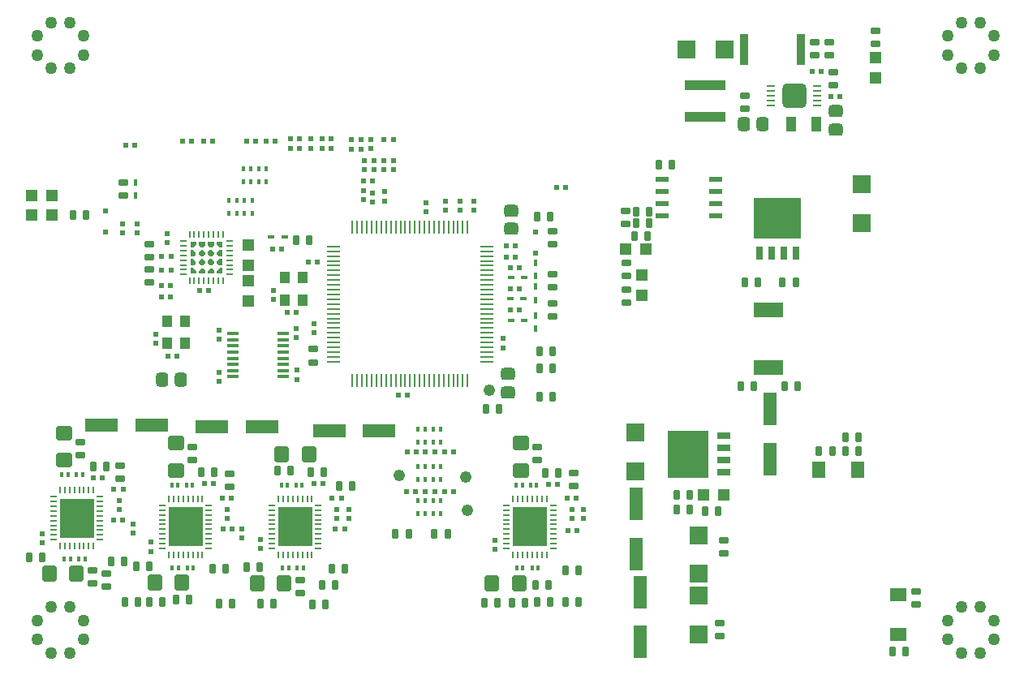
<source format=gtp>
G04 Layer_Color=8421504*
%FSLAX24Y24*%
%MOIN*%
G70*
G01*
G75*
%ADD91C,0.0500*%
G04:AMPARAMS|DCode=131|XSize=20mil|YSize=22mil|CornerRadius=3.4mil|HoleSize=0mil|Usage=FLASHONLY|Rotation=90.000|XOffset=0mil|YOffset=0mil|HoleType=Round|Shape=RoundedRectangle|*
%AMROUNDEDRECTD131*
21,1,0.0200,0.0152,0,0,90.0*
21,1,0.0132,0.0220,0,0,90.0*
1,1,0.0068,0.0076,0.0066*
1,1,0.0068,0.0076,-0.0066*
1,1,0.0068,-0.0076,-0.0066*
1,1,0.0068,-0.0076,0.0066*
%
%ADD131ROUNDEDRECTD131*%
G04:AMPARAMS|DCode=132|XSize=20mil|YSize=22mil|CornerRadius=3.4mil|HoleSize=0mil|Usage=FLASHONLY|Rotation=0.000|XOffset=0mil|YOffset=0mil|HoleType=Round|Shape=RoundedRectangle|*
%AMROUNDEDRECTD132*
21,1,0.0200,0.0152,0,0,0.0*
21,1,0.0132,0.0220,0,0,0.0*
1,1,0.0068,0.0066,-0.0076*
1,1,0.0068,-0.0066,-0.0076*
1,1,0.0068,-0.0066,0.0076*
1,1,0.0068,0.0066,0.0076*
%
%ADD132ROUNDEDRECTD132*%
%ADD133R,0.0180X0.0240*%
%ADD134R,0.0531X0.1319*%
G04:AMPARAMS|DCode=135|XSize=48mil|YSize=48mil|CornerRadius=24mil|HoleSize=0mil|Usage=FLASHONLY|Rotation=90.000|XOffset=0mil|YOffset=0mil|HoleType=Round|Shape=RoundedRectangle|*
%AMROUNDEDRECTD135*
21,1,0.0480,0.0000,0,0,90.0*
21,1,0.0000,0.0480,0,0,90.0*
1,1,0.0480,0.0000,0.0000*
1,1,0.0480,0.0000,0.0000*
1,1,0.0480,0.0000,0.0000*
1,1,0.0480,0.0000,0.0000*
%
%ADD135ROUNDEDRECTD135*%
G04:AMPARAMS|DCode=136|XSize=27.1mil|YSize=37.4mil|CornerRadius=4.8mil|HoleSize=0mil|Usage=FLASHONLY|Rotation=0.000|XOffset=0mil|YOffset=0mil|HoleType=Round|Shape=RoundedRectangle|*
%AMROUNDEDRECTD136*
21,1,0.0271,0.0277,0,0,0.0*
21,1,0.0175,0.0374,0,0,0.0*
1,1,0.0097,0.0087,-0.0139*
1,1,0.0097,-0.0087,-0.0139*
1,1,0.0097,-0.0087,0.0139*
1,1,0.0097,0.0087,0.0139*
%
%ADD136ROUNDEDRECTD136*%
G04:AMPARAMS|DCode=137|XSize=61mil|YSize=69mil|CornerRadius=14.8mil|HoleSize=0mil|Usage=FLASHONLY|Rotation=90.000|XOffset=0mil|YOffset=0mil|HoleType=Round|Shape=RoundedRectangle|*
%AMROUNDEDRECTD137*
21,1,0.0610,0.0395,0,0,90.0*
21,1,0.0315,0.0690,0,0,90.0*
1,1,0.0295,0.0198,0.0158*
1,1,0.0295,0.0198,-0.0158*
1,1,0.0295,-0.0198,-0.0158*
1,1,0.0295,-0.0198,0.0158*
%
%ADD137ROUNDEDRECTD137*%
G04:AMPARAMS|DCode=138|XSize=27.1mil|YSize=37.4mil|CornerRadius=4.8mil|HoleSize=0mil|Usage=FLASHONLY|Rotation=270.000|XOffset=0mil|YOffset=0mil|HoleType=Round|Shape=RoundedRectangle|*
%AMROUNDEDRECTD138*
21,1,0.0271,0.0277,0,0,270.0*
21,1,0.0175,0.0374,0,0,270.0*
1,1,0.0097,-0.0139,-0.0087*
1,1,0.0097,-0.0139,0.0087*
1,1,0.0097,0.0139,0.0087*
1,1,0.0097,0.0139,-0.0087*
%
%ADD138ROUNDEDRECTD138*%
%ADD139R,0.0118X0.0216*%
G04:AMPARAMS|DCode=140|XSize=61mil|YSize=69mil|CornerRadius=14.8mil|HoleSize=0mil|Usage=FLASHONLY|Rotation=180.000|XOffset=0mil|YOffset=0mil|HoleType=Round|Shape=RoundedRectangle|*
%AMROUNDEDRECTD140*
21,1,0.0610,0.0395,0,0,180.0*
21,1,0.0315,0.0690,0,0,180.0*
1,1,0.0295,-0.0158,0.0198*
1,1,0.0295,0.0158,0.0198*
1,1,0.0295,0.0158,-0.0198*
1,1,0.0295,-0.0158,-0.0198*
%
%ADD140ROUNDEDRECTD140*%
%ADD141R,0.1397X0.1594*%
%ADD142O,0.0078X0.0315*%
%ADD143O,0.0315X0.0078*%
%ADD144R,0.1319X0.0531*%
%ADD145R,0.1680X0.1950*%
%ADD146R,0.0540X0.0260*%
G04:AMPARAMS|DCode=147|XSize=50mil|YSize=58mil|CornerRadius=12mil|HoleSize=0mil|Usage=FLASHONLY|Rotation=270.000|XOffset=0mil|YOffset=0mil|HoleType=Round|Shape=RoundedRectangle|*
%AMROUNDEDRECTD147*
21,1,0.0500,0.0340,0,0,270.0*
21,1,0.0260,0.0580,0,0,270.0*
1,1,0.0240,-0.0170,-0.0130*
1,1,0.0240,-0.0170,0.0130*
1,1,0.0240,0.0170,0.0130*
1,1,0.0240,0.0170,-0.0130*
%
%ADD147ROUNDEDRECTD147*%
%ADD148R,0.0334X0.1279*%
%ADD149R,0.0220X0.0220*%
%ADD150R,0.0580X0.0100*%
%ADD151R,0.0100X0.0580*%
%ADD152R,0.0460X0.0460*%
%ADD153R,0.0460X0.0460*%
G04:AMPARAMS|DCode=154|XSize=9mil|YSize=29.5mil|CornerRadius=3.4mil|HoleSize=0mil|Usage=FLASHONLY|Rotation=180.000|XOffset=0mil|YOffset=0mil|HoleType=Round|Shape=RoundedRectangle|*
%AMROUNDEDRECTD154*
21,1,0.0090,0.0227,0,0,180.0*
21,1,0.0022,0.0295,0,0,180.0*
1,1,0.0068,-0.0011,0.0113*
1,1,0.0068,0.0011,0.0113*
1,1,0.0068,0.0011,-0.0113*
1,1,0.0068,-0.0011,-0.0113*
%
%ADD154ROUNDEDRECTD154*%
G04:AMPARAMS|DCode=155|XSize=9mil|YSize=29.5mil|CornerRadius=3.4mil|HoleSize=0mil|Usage=FLASHONLY|Rotation=270.000|XOffset=0mil|YOffset=0mil|HoleType=Round|Shape=RoundedRectangle|*
%AMROUNDEDRECTD155*
21,1,0.0090,0.0227,0,0,270.0*
21,1,0.0022,0.0295,0,0,270.0*
1,1,0.0068,-0.0113,-0.0011*
1,1,0.0068,-0.0113,0.0011*
1,1,0.0068,0.0113,0.0011*
1,1,0.0068,0.0113,-0.0011*
%
%ADD155ROUNDEDRECTD155*%
%ADD156R,0.0400X0.0500*%
%ADD157R,0.0260X0.0540*%
%ADD158R,0.1950X0.1680*%
G04:AMPARAMS|DCode=159|XSize=50mil|YSize=58mil|CornerRadius=12mil|HoleSize=0mil|Usage=FLASHONLY|Rotation=180.000|XOffset=0mil|YOffset=0mil|HoleType=Round|Shape=RoundedRectangle|*
%AMROUNDEDRECTD159*
21,1,0.0500,0.0340,0,0,180.0*
21,1,0.0260,0.0580,0,0,180.0*
1,1,0.0240,-0.0130,0.0170*
1,1,0.0240,0.0130,0.0170*
1,1,0.0240,0.0130,-0.0170*
1,1,0.0240,-0.0130,-0.0170*
%
%ADD159ROUNDEDRECTD159*%
%ADD160R,0.1240X0.0610*%
%ADD161R,0.0580X0.0220*%
%ADD162R,0.0770X0.0770*%
%ADD163R,0.0480X0.0130*%
%ADD164R,0.0260X0.0180*%
%ADD165R,0.0180X0.0260*%
%ADD166R,0.0523X0.0689*%
%ADD167R,0.0689X0.0523*%
%ADD168R,0.0413X0.0649*%
%ADD169R,0.0770X0.0770*%
%ADD170R,0.1653X0.0445*%
G04:AMPARAMS|DCode=171|XSize=103mil|YSize=103mil|CornerRadius=25.3mil|HoleSize=0mil|Usage=FLASHONLY|Rotation=180.000|XOffset=0mil|YOffset=0mil|HoleType=Round|Shape=RoundedRectangle|*
%AMROUNDEDRECTD171*
21,1,0.1030,0.0525,0,0,180.0*
21,1,0.0525,0.1030,0,0,180.0*
1,1,0.0505,-0.0263,0.0263*
1,1,0.0505,0.0263,0.0263*
1,1,0.0505,0.0263,-0.0263*
1,1,0.0505,-0.0263,-0.0263*
%
%ADD171ROUNDEDRECTD171*%
%ADD172R,0.0382X0.0098*%
G36*
X17751Y26574D02*
Y26441D01*
X17475D01*
Y26569D01*
X17574Y26667D01*
X17656D01*
X17751Y26574D01*
D02*
G37*
G36*
X18125D02*
Y26441D01*
X17849D01*
Y26569D01*
X17948Y26667D01*
X18030D01*
X18125Y26574D01*
D02*
G37*
G36*
X37279Y19899D02*
X36759D01*
Y19999D01*
X37279D01*
Y19899D01*
D02*
G37*
G36*
X17387Y26559D02*
Y26441D01*
X17141D01*
Y26687D01*
X17259D01*
X17387Y26559D01*
D02*
G37*
G36*
X18459Y26441D02*
X18213D01*
Y26559D01*
X18341Y26687D01*
X18459D01*
Y26441D01*
D02*
G37*
G36*
Y26775D02*
X18331D01*
X18233Y26874D01*
Y26962D01*
X18322Y27051D01*
X18459D01*
Y26775D01*
D02*
G37*
G36*
X17741Y26962D02*
Y26864D01*
X17662Y26785D01*
X17564D01*
X17475Y26874D01*
Y26952D01*
X17574Y27051D01*
X17652D01*
X17741Y26962D01*
D02*
G37*
G36*
X17367Y26952D02*
Y26870D01*
X17274Y26775D01*
X17141D01*
Y27051D01*
X17269D01*
X17367Y26952D01*
D02*
G37*
G36*
X18125Y26952D02*
Y26874D01*
X18026Y26775D01*
X17948D01*
X17859Y26864D01*
Y26962D01*
X17938Y27041D01*
X18036D01*
X18125Y26952D01*
D02*
G37*
G36*
X38417Y18435D02*
X38326D01*
Y18533D01*
X38369Y18577D01*
X38417D01*
Y18435D01*
D02*
G37*
G36*
X37039Y18915D02*
Y18766D01*
X36999Y18726D01*
X36759D01*
Y18951D01*
X37009D01*
X37039Y18915D01*
D02*
G37*
G36*
X37279Y18069D02*
X36759D01*
Y18179D01*
X37279D01*
Y18069D01*
D02*
G37*
G36*
X37039Y18537D02*
Y18388D01*
X36999Y18348D01*
X36759D01*
Y18573D01*
X37009D01*
X37039Y18537D01*
D02*
G37*
G36*
X38417Y18738D02*
X38366D01*
X38330Y18773D01*
Y18915D01*
X38366Y18951D01*
X38417D01*
Y18738D01*
D02*
G37*
G36*
X37039Y19669D02*
Y19519D01*
X36999Y19479D01*
X36759D01*
Y19699D01*
X36999D01*
X37039Y19669D01*
D02*
G37*
G36*
X38417Y19499D02*
X38369D01*
X38326Y19539D01*
Y19629D01*
X38417D01*
Y19499D01*
D02*
G37*
G36*
X37039Y19289D02*
Y19149D01*
X36999Y19109D01*
X36759D01*
Y19329D01*
X36999D01*
X37039Y19289D01*
D02*
G37*
G36*
X38417Y19119D02*
X38366D01*
X38330Y19159D01*
Y19299D01*
X38366Y19329D01*
X38417D01*
Y19119D01*
D02*
G37*
G36*
X41861Y27900D02*
X41731D01*
Y27947D01*
X41771Y27990D01*
X41861D01*
Y27900D01*
D02*
G37*
G36*
X40411Y29038D02*
X40301D01*
Y29558D01*
X40411D01*
Y29038D01*
D02*
G37*
G36*
X41183Y27951D02*
Y27900D01*
X40970D01*
Y27951D01*
X41005Y27986D01*
X41147D01*
X41183Y27951D01*
D02*
G37*
G36*
X41561D02*
Y27900D01*
X41351D01*
Y27951D01*
X41391Y27986D01*
X41531D01*
X41561Y27951D01*
D02*
G37*
G36*
X42231Y29038D02*
X42131D01*
Y29558D01*
X42231D01*
Y29038D01*
D02*
G37*
G36*
X41561Y29318D02*
X41521Y29278D01*
X41381D01*
X41341Y29318D01*
Y29558D01*
X41561D01*
Y29318D01*
D02*
G37*
G36*
X41931D02*
X41901Y29278D01*
X41751D01*
X41711Y29318D01*
Y29558D01*
X41931D01*
Y29318D01*
D02*
G37*
G36*
X40805Y29308D02*
X40769Y29278D01*
X40620D01*
X40580Y29318D01*
Y29558D01*
X40805D01*
Y29308D01*
D02*
G37*
G36*
X41183D02*
X41147Y29278D01*
X40998D01*
X40958Y29318D01*
Y29558D01*
X41183D01*
Y29308D01*
D02*
G37*
G36*
X18459Y27149D02*
X18331D01*
X18233Y27248D01*
Y27330D01*
X18326Y27425D01*
X18459D01*
Y27149D01*
D02*
G37*
G36*
X17741Y27336D02*
Y27238D01*
X17662Y27159D01*
X17564D01*
X17475Y27248D01*
Y27326D01*
X17574Y27425D01*
X17652D01*
X17741Y27336D01*
D02*
G37*
G36*
X17367Y27326D02*
Y27238D01*
X17278Y27149D01*
X17141D01*
Y27425D01*
X17269D01*
X17367Y27326D01*
D02*
G37*
G36*
X18125Y27326D02*
Y27248D01*
X18026Y27149D01*
X17948D01*
X17859Y27238D01*
Y27336D01*
X17938Y27415D01*
X18036D01*
X18125Y27326D01*
D02*
G37*
G36*
X17387Y27641D02*
X17259Y27513D01*
X17141D01*
Y27759D01*
X17387D01*
Y27641D01*
D02*
G37*
G36*
X18125Y27631D02*
X18026Y27533D01*
X17944D01*
X17849Y27626D01*
Y27759D01*
X18125D01*
Y27631D01*
D02*
G37*
G36*
X40809Y27947D02*
Y27900D01*
X40667D01*
Y27990D01*
X40765D01*
X40809Y27947D01*
D02*
G37*
G36*
X18459Y27513D02*
X18341D01*
X18213Y27641D01*
Y27759D01*
X18459D01*
Y27513D01*
D02*
G37*
G36*
X17751Y27631D02*
X17652Y27533D01*
X17570D01*
X17475Y27626D01*
Y27759D01*
X17751D01*
Y27631D01*
D02*
G37*
D91*
X49606Y10866D02*
D03*
X48819D02*
D03*
X48268Y11417D02*
D03*
Y12205D02*
D03*
X48819Y12756D02*
D03*
X49606D02*
D03*
X50157Y12205D02*
D03*
Y11417D02*
D03*
X12205Y10866D02*
D03*
X11417D02*
D03*
X10866Y11417D02*
D03*
Y12205D02*
D03*
X11417Y12756D02*
D03*
X12205D02*
D03*
X12756Y12205D02*
D03*
Y11417D02*
D03*
X12205Y34882D02*
D03*
X11417D02*
D03*
X10866Y35433D02*
D03*
Y36220D02*
D03*
X11417Y36772D02*
D03*
X12205D02*
D03*
X12756Y36220D02*
D03*
Y35433D02*
D03*
X49606Y34882D02*
D03*
X48819D02*
D03*
X48268Y35433D02*
D03*
Y36220D02*
D03*
X48819Y36772D02*
D03*
X49606D02*
D03*
X50157Y36220D02*
D03*
Y35433D02*
D03*
D131*
X25490Y30723D02*
D03*
Y31100D02*
D03*
X25090Y31097D02*
D03*
Y30720D02*
D03*
X24690Y31097D02*
D03*
Y30720D02*
D03*
X24280Y31099D02*
D03*
Y30720D02*
D03*
X24570Y31957D02*
D03*
Y31580D02*
D03*
X22080Y31601D02*
D03*
Y31980D02*
D03*
X25120Y29807D02*
D03*
Y29430D02*
D03*
X24630Y29767D02*
D03*
Y29390D02*
D03*
X24240Y29869D02*
D03*
Y29490D02*
D03*
X28780Y29427D02*
D03*
Y29050D02*
D03*
X28210Y29427D02*
D03*
Y29050D02*
D03*
X27630Y29417D02*
D03*
Y29040D02*
D03*
X33300Y16391D02*
D03*
Y16770D02*
D03*
X32820Y16767D02*
D03*
Y16390D02*
D03*
X29670Y15123D02*
D03*
Y15500D02*
D03*
X23170Y16767D02*
D03*
Y16390D02*
D03*
X23650Y16391D02*
D03*
Y16770D02*
D03*
X20030Y15143D02*
D03*
Y15520D02*
D03*
X19250Y15591D02*
D03*
Y15970D02*
D03*
X18670Y16390D02*
D03*
Y16767D02*
D03*
X14210Y17137D02*
D03*
Y16760D02*
D03*
X30000Y23396D02*
D03*
Y23773D02*
D03*
X22215Y24006D02*
D03*
Y24383D02*
D03*
X16200Y27713D02*
D03*
Y28090D02*
D03*
X15718Y23967D02*
D03*
Y23590D02*
D03*
X20561Y25768D02*
D03*
Y25391D02*
D03*
X26811Y28992D02*
D03*
Y29369D02*
D03*
X14945Y28489D02*
D03*
Y28110D02*
D03*
X18337Y22028D02*
D03*
Y22405D02*
D03*
X21516Y22096D02*
D03*
Y22473D02*
D03*
X21506Y24183D02*
D03*
Y23806D02*
D03*
X18327Y24124D02*
D03*
Y23747D02*
D03*
X14345Y28113D02*
D03*
Y28490D02*
D03*
X11060Y15373D02*
D03*
Y15750D02*
D03*
X15520Y15410D02*
D03*
Y15033D02*
D03*
X14780Y15781D02*
D03*
Y16160D02*
D03*
D132*
X25103Y31970D02*
D03*
X25480D02*
D03*
X23763Y31570D02*
D03*
X24140D02*
D03*
X23763Y31970D02*
D03*
X24140D02*
D03*
X22927Y31580D02*
D03*
X22550D02*
D03*
X22927Y31980D02*
D03*
X22550D02*
D03*
X21617Y31600D02*
D03*
X21240D02*
D03*
X21617Y31990D02*
D03*
X21240D02*
D03*
X20240Y31900D02*
D03*
X20617D02*
D03*
X19450D02*
D03*
X19827D02*
D03*
X17683Y31890D02*
D03*
X18060D02*
D03*
X16823D02*
D03*
X17200D02*
D03*
X14483Y31720D02*
D03*
X14860D02*
D03*
X24627Y30260D02*
D03*
X24250D02*
D03*
X32227Y17800D02*
D03*
X31850D02*
D03*
X32623Y17230D02*
D03*
X33000D02*
D03*
X33037Y15900D02*
D03*
X32660D02*
D03*
X22597Y17810D02*
D03*
X22220D02*
D03*
X22973Y17230D02*
D03*
X23350D02*
D03*
X23477Y15940D02*
D03*
X23100D02*
D03*
X18480D02*
D03*
X18857D02*
D03*
X18834Y17220D02*
D03*
X18457D02*
D03*
X17720Y17810D02*
D03*
X18097D02*
D03*
X13517Y18060D02*
D03*
X13140D02*
D03*
X14003Y17600D02*
D03*
X14380D02*
D03*
X30128Y27106D02*
D03*
X30505D02*
D03*
X22372Y26909D02*
D03*
X21995D02*
D03*
X25679Y21468D02*
D03*
X26056D02*
D03*
X20896Y27441D02*
D03*
X20519D02*
D03*
X16337Y25500D02*
D03*
X15960D02*
D03*
X16337Y25950D02*
D03*
X15960D02*
D03*
X16585Y23071D02*
D03*
X16208D02*
D03*
X17904Y25758D02*
D03*
X17527D02*
D03*
X21486Y24872D02*
D03*
X21109D02*
D03*
X30285Y26693D02*
D03*
X30662D02*
D03*
X30285Y25827D02*
D03*
X30662D02*
D03*
X15961Y26600D02*
D03*
X16340D02*
D03*
X15961Y27150D02*
D03*
X16340D02*
D03*
X30128Y27598D02*
D03*
X30505D02*
D03*
X27577Y19128D02*
D03*
X27954D02*
D03*
X27577Y17495D02*
D03*
X27954D02*
D03*
X27174Y19138D02*
D03*
X26797D02*
D03*
X27174Y17504D02*
D03*
X26797D02*
D03*
X26426Y19138D02*
D03*
X26049D02*
D03*
X26396Y17504D02*
D03*
X26019D02*
D03*
X30285Y24961D02*
D03*
X30662D02*
D03*
X43067Y34760D02*
D03*
X42690D02*
D03*
X43451Y33710D02*
D03*
X43830D02*
D03*
X32183Y30000D02*
D03*
X32560D02*
D03*
X14367Y16310D02*
D03*
X13990D02*
D03*
D133*
X19318Y30760D02*
D03*
X19633D02*
D03*
X19950D02*
D03*
X20270D02*
D03*
Y30224D02*
D03*
X19950D02*
D03*
X19633D02*
D03*
X19318D02*
D03*
X19675Y29459D02*
D03*
X19360D02*
D03*
X19043D02*
D03*
X18723D02*
D03*
Y28923D02*
D03*
X19043D02*
D03*
X19360D02*
D03*
X19675D02*
D03*
X27430Y20063D02*
D03*
X27115D02*
D03*
X26797D02*
D03*
X26477D02*
D03*
Y19528D02*
D03*
X26797D02*
D03*
X27115D02*
D03*
X27430D02*
D03*
Y18508D02*
D03*
X27115D02*
D03*
X26797D02*
D03*
X26477D02*
D03*
Y17973D02*
D03*
X26797D02*
D03*
X27115D02*
D03*
X27430D02*
D03*
Y17111D02*
D03*
X27115D02*
D03*
X26797D02*
D03*
X26477D02*
D03*
Y16575D02*
D03*
X26797D02*
D03*
X27115D02*
D03*
X27430D02*
D03*
D134*
X40950Y18836D02*
D03*
Y20884D02*
D03*
X35440Y14936D02*
D03*
Y16984D02*
D03*
X35630Y11316D02*
D03*
Y13364D02*
D03*
D135*
X29410Y21650D02*
D03*
X25707Y18154D02*
D03*
X28510Y16710D02*
D03*
X28440Y18080D02*
D03*
D136*
X29282Y20890D02*
D03*
X29818D02*
D03*
X32258Y18270D02*
D03*
X31722D02*
D03*
X33098Y14250D02*
D03*
X32562D02*
D03*
X31858Y13640D02*
D03*
X31322D02*
D03*
X31392Y12940D02*
D03*
X31928D02*
D03*
X30362Y12910D02*
D03*
X30898D02*
D03*
X32552Y12940D02*
D03*
X33088D02*
D03*
X29232Y12910D02*
D03*
X29768D02*
D03*
X26108Y15740D02*
D03*
X25572D02*
D03*
X27172Y15760D02*
D03*
X27708D02*
D03*
X22628Y18280D02*
D03*
X22092D02*
D03*
X21248Y18350D02*
D03*
X20712D02*
D03*
X23252Y17710D02*
D03*
X23788D02*
D03*
X23498Y14320D02*
D03*
X22962D02*
D03*
X22552Y13660D02*
D03*
X23088D02*
D03*
X22142Y12860D02*
D03*
X22678D02*
D03*
X20548Y12900D02*
D03*
X20012D02*
D03*
X19978Y14390D02*
D03*
X19442D02*
D03*
X18138Y18280D02*
D03*
X17602D02*
D03*
X18578Y14310D02*
D03*
X18042D02*
D03*
X18312Y12890D02*
D03*
X18848D02*
D03*
X16542Y13040D02*
D03*
X17078D02*
D03*
X15988Y12940D02*
D03*
X15452D02*
D03*
X13678Y18530D02*
D03*
X13142D02*
D03*
X14980Y12940D02*
D03*
X14445D02*
D03*
X11068Y14790D02*
D03*
X10532D02*
D03*
X12848Y28850D02*
D03*
X12312D02*
D03*
X32030Y23258D02*
D03*
X31494D02*
D03*
X38838Y16690D02*
D03*
X38302D02*
D03*
X37132Y17350D02*
D03*
X37668D02*
D03*
X37132Y16750D02*
D03*
X37668D02*
D03*
X22039Y27835D02*
D03*
X21504D02*
D03*
X41472Y26100D02*
D03*
X42008D02*
D03*
X40458Y26100D02*
D03*
X39922D02*
D03*
X41542Y21810D02*
D03*
X42078D02*
D03*
X35461Y28996D02*
D03*
X35996D02*
D03*
X31386Y28780D02*
D03*
X31921D02*
D03*
X32030Y22559D02*
D03*
X31494D02*
D03*
Y21378D02*
D03*
X32030D02*
D03*
X35461Y28524D02*
D03*
X35996D02*
D03*
X35917Y28002D02*
D03*
X35382D02*
D03*
X36376Y30925D02*
D03*
X36911D02*
D03*
X45982Y10910D02*
D03*
X46518D02*
D03*
X44578Y19160D02*
D03*
X44042D02*
D03*
X42972D02*
D03*
X43508D02*
D03*
X44042Y19720D02*
D03*
X44578D02*
D03*
X40288Y21810D02*
D03*
X39752D02*
D03*
X14438Y14630D02*
D03*
X13902D02*
D03*
X15468Y14410D02*
D03*
X14932D02*
D03*
D137*
X30720Y18360D02*
D03*
Y19480D02*
D03*
X16550Y18360D02*
D03*
Y19480D02*
D03*
X11950Y18780D02*
D03*
Y19900D02*
D03*
D138*
X31390Y19338D02*
D03*
Y18802D02*
D03*
X32880Y17732D02*
D03*
Y18268D02*
D03*
X17230Y19328D02*
D03*
Y18792D02*
D03*
X21660Y13332D02*
D03*
Y13868D02*
D03*
X18760Y17692D02*
D03*
Y18228D02*
D03*
X14270Y18032D02*
D03*
Y18568D02*
D03*
X12630Y19518D02*
D03*
Y18982D02*
D03*
X15450Y26082D02*
D03*
Y26618D02*
D03*
X15450Y27668D02*
D03*
Y27132D02*
D03*
X32008Y27646D02*
D03*
Y28181D02*
D03*
X14390Y29663D02*
D03*
Y30199D02*
D03*
X45290Y35882D02*
D03*
Y36418D02*
D03*
X39044Y15485D02*
D03*
Y14949D02*
D03*
X35069Y26882D02*
D03*
Y26346D02*
D03*
X35020Y29037D02*
D03*
Y28502D02*
D03*
X22205Y22803D02*
D03*
Y23339D02*
D03*
X32008Y25874D02*
D03*
Y26409D02*
D03*
Y24693D02*
D03*
Y25228D02*
D03*
X35059Y25254D02*
D03*
Y25789D02*
D03*
X38890Y11562D02*
D03*
Y12098D02*
D03*
X39930Y33222D02*
D03*
Y33758D02*
D03*
X43540Y34192D02*
D03*
Y34728D02*
D03*
X42805Y35969D02*
D03*
Y35434D02*
D03*
X43376D02*
D03*
Y35969D02*
D03*
X46950Y13388D02*
D03*
Y12852D02*
D03*
X13130Y13722D02*
D03*
Y14258D02*
D03*
X13700Y14118D02*
D03*
Y13582D02*
D03*
D139*
X31368Y17750D02*
D03*
X31112D02*
D03*
X30522D02*
D03*
X30778D02*
D03*
X31438Y14340D02*
D03*
X31182D02*
D03*
X30542D02*
D03*
X30798D02*
D03*
X21738Y17760D02*
D03*
X21482D02*
D03*
X20882D02*
D03*
X21138D02*
D03*
X21788Y14350D02*
D03*
X21532D02*
D03*
X20922D02*
D03*
X21178D02*
D03*
X17238Y17760D02*
D03*
X16982D02*
D03*
X16382D02*
D03*
X16638D02*
D03*
X17268Y14360D02*
D03*
X17012D02*
D03*
X16402D02*
D03*
X16658D02*
D03*
X12718Y18180D02*
D03*
X12462D02*
D03*
X11852D02*
D03*
X12108D02*
D03*
X11952Y14720D02*
D03*
X12208D02*
D03*
X12818D02*
D03*
X12562D02*
D03*
D140*
X30650Y13720D02*
D03*
X29530D02*
D03*
X21000Y13710D02*
D03*
X19880D02*
D03*
X16800Y13750D02*
D03*
X15680D02*
D03*
X20890Y19020D02*
D03*
X22010D02*
D03*
X12460Y14110D02*
D03*
X11340D02*
D03*
D141*
X31090Y16041D02*
D03*
X21450D02*
D03*
X16950D02*
D03*
X12476Y16401D02*
D03*
D142*
X30401Y17192D02*
D03*
X30598D02*
D03*
X30795D02*
D03*
X30992D02*
D03*
X31188D02*
D03*
X31385D02*
D03*
X31582D02*
D03*
X31779D02*
D03*
Y14889D02*
D03*
X31582D02*
D03*
X31385D02*
D03*
X31188D02*
D03*
X30992D02*
D03*
X30795D02*
D03*
X30598D02*
D03*
X30401D02*
D03*
X20761Y17192D02*
D03*
X20958D02*
D03*
X21155D02*
D03*
X21352D02*
D03*
X21548D02*
D03*
X21745D02*
D03*
X21942D02*
D03*
X22139D02*
D03*
Y14889D02*
D03*
X21942D02*
D03*
X21745D02*
D03*
X21548D02*
D03*
X21352D02*
D03*
X21155D02*
D03*
X20958D02*
D03*
X20761D02*
D03*
X16261D02*
D03*
X16458D02*
D03*
X16655D02*
D03*
X16852D02*
D03*
X17048D02*
D03*
X17245D02*
D03*
X17442D02*
D03*
X17639D02*
D03*
Y17192D02*
D03*
X17442D02*
D03*
X17245D02*
D03*
X17048D02*
D03*
X16852D02*
D03*
X16655D02*
D03*
X16458D02*
D03*
X16261D02*
D03*
X11787Y17552D02*
D03*
X11984D02*
D03*
X12181D02*
D03*
X12378D02*
D03*
X12575D02*
D03*
X12772D02*
D03*
X12968D02*
D03*
X13165D02*
D03*
Y15249D02*
D03*
X12968D02*
D03*
X12772D02*
D03*
X12575D02*
D03*
X12378D02*
D03*
X12181D02*
D03*
X11984D02*
D03*
X11787D02*
D03*
D143*
X32045Y16926D02*
D03*
Y16730D02*
D03*
Y16533D02*
D03*
Y16336D02*
D03*
Y16139D02*
D03*
Y15942D02*
D03*
Y15745D02*
D03*
Y15548D02*
D03*
Y15352D02*
D03*
Y15155D02*
D03*
X30135D02*
D03*
Y15352D02*
D03*
Y15548D02*
D03*
Y15745D02*
D03*
Y15942D02*
D03*
Y16139D02*
D03*
Y16336D02*
D03*
Y16533D02*
D03*
Y16730D02*
D03*
Y16926D02*
D03*
X22405D02*
D03*
Y16730D02*
D03*
Y16533D02*
D03*
Y16336D02*
D03*
Y16139D02*
D03*
Y15942D02*
D03*
Y15745D02*
D03*
Y15548D02*
D03*
Y15352D02*
D03*
Y15155D02*
D03*
X20495D02*
D03*
Y15352D02*
D03*
Y15548D02*
D03*
Y15745D02*
D03*
Y15942D02*
D03*
Y16139D02*
D03*
Y16336D02*
D03*
Y16533D02*
D03*
Y16730D02*
D03*
Y16926D02*
D03*
X15995D02*
D03*
Y16730D02*
D03*
Y16533D02*
D03*
Y16336D02*
D03*
Y16139D02*
D03*
Y15942D02*
D03*
Y15745D02*
D03*
Y15548D02*
D03*
Y15352D02*
D03*
Y15155D02*
D03*
X17905D02*
D03*
Y15352D02*
D03*
Y15548D02*
D03*
Y15745D02*
D03*
Y15942D02*
D03*
Y16139D02*
D03*
Y16336D02*
D03*
Y16533D02*
D03*
Y16730D02*
D03*
Y16926D02*
D03*
X13431Y17286D02*
D03*
Y17090D02*
D03*
Y16893D02*
D03*
Y16696D02*
D03*
Y16499D02*
D03*
Y16302D02*
D03*
Y16105D02*
D03*
Y15908D02*
D03*
Y15712D02*
D03*
Y15515D02*
D03*
X11522D02*
D03*
Y15712D02*
D03*
Y15908D02*
D03*
Y16105D02*
D03*
Y16302D02*
D03*
Y16499D02*
D03*
Y16696D02*
D03*
Y16893D02*
D03*
Y17090D02*
D03*
Y17286D02*
D03*
D144*
X20074Y20160D02*
D03*
X18026D02*
D03*
X24894Y19990D02*
D03*
X22846D02*
D03*
X15554Y20210D02*
D03*
X13506D02*
D03*
D145*
X37599Y19029D02*
D03*
D146*
X39043Y19779D02*
D03*
Y19279D02*
D03*
Y18779D02*
D03*
Y18279D02*
D03*
D147*
X30190Y22324D02*
D03*
Y21570D02*
D03*
X30315Y28281D02*
D03*
Y29035D02*
D03*
X43650Y32360D02*
D03*
Y33114D02*
D03*
D148*
X42211Y35650D02*
D03*
X39889D02*
D03*
D149*
X13642Y29026D02*
D03*
Y28153D02*
D03*
X31339Y27283D02*
D03*
Y28157D02*
D03*
D150*
X29318Y27562D02*
D03*
Y27365D02*
D03*
Y27169D02*
D03*
Y26972D02*
D03*
Y26775D02*
D03*
Y26578D02*
D03*
Y26381D02*
D03*
Y26184D02*
D03*
Y25987D02*
D03*
Y25791D02*
D03*
Y25594D02*
D03*
Y25397D02*
D03*
Y25200D02*
D03*
Y25000D02*
D03*
Y24800D02*
D03*
Y24600D02*
D03*
Y24410D02*
D03*
Y24210D02*
D03*
Y24010D02*
D03*
Y23820D02*
D03*
Y23620D02*
D03*
Y23420D02*
D03*
Y23230D02*
D03*
Y23030D02*
D03*
Y22830D02*
D03*
X23018D02*
D03*
Y23030D02*
D03*
Y23230D02*
D03*
Y23420D02*
D03*
Y23620D02*
D03*
Y23820D02*
D03*
Y24010D02*
D03*
Y24210D02*
D03*
Y24410D02*
D03*
Y24600D02*
D03*
Y24800D02*
D03*
Y25000D02*
D03*
Y25200D02*
D03*
Y25397D02*
D03*
Y25594D02*
D03*
Y25791D02*
D03*
Y25987D02*
D03*
Y26184D02*
D03*
Y26381D02*
D03*
Y26578D02*
D03*
Y26775D02*
D03*
Y26972D02*
D03*
Y27169D02*
D03*
Y27365D02*
D03*
Y27562D02*
D03*
D151*
X28538Y22050D02*
D03*
X28338D02*
D03*
X28138D02*
D03*
X27948D02*
D03*
X27748D02*
D03*
X27548D02*
D03*
X27358D02*
D03*
X27158D02*
D03*
X26958D02*
D03*
X26768D02*
D03*
X26568D02*
D03*
X26368D02*
D03*
X26168D02*
D03*
X25971D02*
D03*
X25774D02*
D03*
X25577D02*
D03*
X25380D02*
D03*
X25184D02*
D03*
X24987D02*
D03*
X24790D02*
D03*
X24593D02*
D03*
X24396D02*
D03*
X24199D02*
D03*
X24003D02*
D03*
X23806D02*
D03*
Y28350D02*
D03*
X24003D02*
D03*
X24199D02*
D03*
X24396D02*
D03*
X24593D02*
D03*
X24790D02*
D03*
X24987D02*
D03*
X25184D02*
D03*
X25380D02*
D03*
X25577D02*
D03*
X25774D02*
D03*
X25971D02*
D03*
X26168D02*
D03*
X26368D02*
D03*
X26568D02*
D03*
X26768D02*
D03*
X26958D02*
D03*
X27158D02*
D03*
X27358D02*
D03*
X27548D02*
D03*
X27748D02*
D03*
X27948D02*
D03*
X28138D02*
D03*
X28338D02*
D03*
X28538D02*
D03*
D152*
X10630Y28850D02*
D03*
X11463D02*
D03*
X10630Y29650D02*
D03*
X11463D02*
D03*
X38220Y17350D02*
D03*
X39053D02*
D03*
X35863Y27451D02*
D03*
X35030D02*
D03*
D153*
X19518Y26158D02*
D03*
Y25325D02*
D03*
X19528Y26775D02*
D03*
Y27608D02*
D03*
X45290Y34480D02*
D03*
Y35313D02*
D03*
X35699Y26394D02*
D03*
Y25561D02*
D03*
D154*
X17110Y26155D02*
D03*
X17300D02*
D03*
X17500D02*
D03*
X17700D02*
D03*
X17898D02*
D03*
X18095D02*
D03*
X18292D02*
D03*
X18489D02*
D03*
Y28050D02*
D03*
X18292D02*
D03*
X18095D02*
D03*
X17898D02*
D03*
X17700D02*
D03*
X17500D02*
D03*
X17300D02*
D03*
X17110D02*
D03*
D155*
X18745Y26411D02*
D03*
Y26608D02*
D03*
Y26805D02*
D03*
Y27002D02*
D03*
Y27200D02*
D03*
Y27400D02*
D03*
Y27600D02*
D03*
Y27790D02*
D03*
X16850D02*
D03*
Y27600D02*
D03*
Y27400D02*
D03*
Y27200D02*
D03*
Y27002D02*
D03*
Y26805D02*
D03*
Y26608D02*
D03*
Y26411D02*
D03*
D156*
X16175Y24494D02*
D03*
Y23581D02*
D03*
X16910D02*
D03*
Y24494D02*
D03*
X21766Y25367D02*
D03*
Y26280D02*
D03*
X21031D02*
D03*
Y25367D02*
D03*
D157*
X40511Y27274D02*
D03*
X41011D02*
D03*
X41511D02*
D03*
X42011D02*
D03*
D158*
X41261Y28718D02*
D03*
D159*
X15998Y22096D02*
D03*
X16752D02*
D03*
X40660Y32600D02*
D03*
X39906D02*
D03*
D160*
X40893Y22581D02*
D03*
Y24952D02*
D03*
D161*
X38708Y28807D02*
D03*
Y29307D02*
D03*
Y30307D02*
D03*
X36535Y28807D02*
D03*
Y29307D02*
D03*
Y30307D02*
D03*
X38708Y29807D02*
D03*
X36535D02*
D03*
D162*
X35430Y18333D02*
D03*
Y19910D02*
D03*
X44710Y28533D02*
D03*
Y30110D02*
D03*
X38008Y11634D02*
D03*
Y13212D02*
D03*
X38019Y15695D02*
D03*
Y14118D02*
D03*
D163*
X20951Y23975D02*
D03*
Y23725D02*
D03*
X18898Y22220D02*
D03*
X20951Y22470D02*
D03*
X18898D02*
D03*
Y22970D02*
D03*
X20951Y22220D02*
D03*
X18898Y22720D02*
D03*
X20951D02*
D03*
X20951Y22970D02*
D03*
X20951Y23475D02*
D03*
X18898Y23225D02*
D03*
Y23475D02*
D03*
Y23975D02*
D03*
X20951Y23225D02*
D03*
X18898Y23725D02*
D03*
D164*
X30315Y26299D02*
D03*
X30866D02*
D03*
X30285Y25433D02*
D03*
X30837D02*
D03*
X21024Y27953D02*
D03*
X20472D02*
D03*
X30315Y24528D02*
D03*
X30866D02*
D03*
D165*
X31339Y26890D02*
D03*
Y26339D02*
D03*
Y25354D02*
D03*
Y25906D02*
D03*
X14892Y30197D02*
D03*
Y29646D02*
D03*
X31339Y24724D02*
D03*
Y24173D02*
D03*
D166*
X42949Y18380D02*
D03*
X44571D02*
D03*
D167*
X46210Y11619D02*
D03*
Y13241D02*
D03*
D168*
X41828Y32590D02*
D03*
X42872D02*
D03*
D169*
X37513Y35650D02*
D03*
X39090D02*
D03*
D170*
X38300Y34202D02*
D03*
Y32898D02*
D03*
D171*
X41947Y33766D02*
D03*
D172*
X41002Y34159D02*
D03*
Y33963D02*
D03*
Y33766D02*
D03*
Y33569D02*
D03*
Y33372D02*
D03*
X42892Y34159D02*
D03*
Y33963D02*
D03*
Y33766D02*
D03*
Y33569D02*
D03*
Y33372D02*
D03*
M02*

</source>
